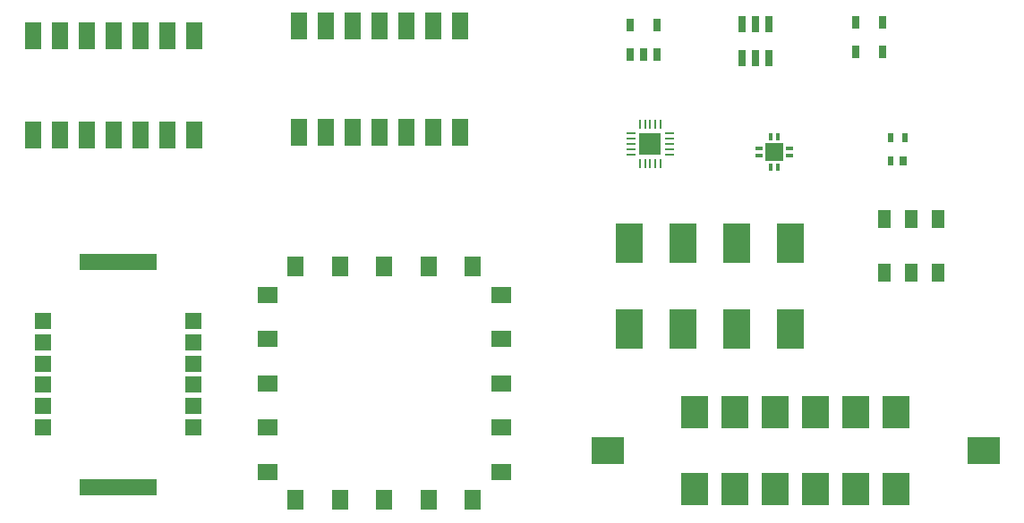
<source format=gbr>
G04 #@! TF.FileFunction,Copper,L1,Top,Signal*
%FSLAX46Y46*%
G04 Gerber Fmt 4.6, Leading zero omitted, Abs format (unit mm)*
G04 Created by KiCad (PCBNEW 4.0.3-stable) date 08/30/16 01:28:47*
%MOMM*%
%LPD*%
G01*
G04 APERTURE LIST*
%ADD10C,0.100000*%
%ADD11R,0.760000X1.270000*%
%ADD12R,1.650000X2.540000*%
%ADD13R,0.760000X1.650000*%
%ADD14R,0.810000X0.250000*%
%ADD15R,0.250000X0.810000*%
%ADD16R,2.060000X2.060000*%
%ADD17R,1.650000X1.520000*%
%ADD18R,7.390000X1.520000*%
%ADD19R,0.790000X0.300000*%
%ADD20R,0.300000X0.790000*%
%ADD21R,1.700000X1.700000*%
%ADD22R,2.540000X3.050000*%
%ADD23R,3.050000X2.540000*%
%ADD24R,1.980000X1.520000*%
%ADD25R,1.520000X1.980000*%
%ADD26R,0.500000X0.950000*%
%ADD27R,0.800000X0.950000*%
%ADD28R,1.270000X1.780000*%
%ADD29R,2.540000X3.800000*%
G04 APERTURE END LIST*
D10*
D11*
X182610000Y-65290000D03*
X182610000Y-68080000D03*
X183880000Y-68080000D03*
X185150000Y-65290000D03*
X185150000Y-68080000D03*
D12*
X126140000Y-66240000D03*
X126140000Y-75640000D03*
X128680000Y-66240000D03*
X128680000Y-75640000D03*
X131220000Y-66240000D03*
X131220000Y-75640000D03*
X133760000Y-66240000D03*
X133760000Y-75640000D03*
X136300000Y-66240000D03*
X136300000Y-75640000D03*
X138840000Y-66240000D03*
X138840000Y-75640000D03*
X141380000Y-66240000D03*
X141380000Y-75640000D03*
X151280000Y-65320000D03*
X151280000Y-75400000D03*
X153820000Y-65320000D03*
X153820000Y-75400000D03*
X156360000Y-65320000D03*
X156360000Y-75400000D03*
X158900000Y-65320000D03*
X158900000Y-75400000D03*
X161440000Y-65320000D03*
X161440000Y-75400000D03*
X163980000Y-65320000D03*
X163980000Y-75400000D03*
X166520000Y-65320000D03*
X166520000Y-75400000D03*
D13*
X193230000Y-65220000D03*
X193230000Y-68400000D03*
X194500000Y-65220000D03*
X194500000Y-68400000D03*
X195770000Y-65220000D03*
X195770000Y-68400000D03*
D14*
X182670000Y-75550000D03*
X182670000Y-76050000D03*
X182670000Y-76550000D03*
X182670000Y-77050000D03*
X182670000Y-77550000D03*
D15*
X183515000Y-78395000D03*
X184015000Y-78395000D03*
X184515000Y-78395000D03*
X185015000Y-78395000D03*
X185515000Y-78395000D03*
D14*
X186360000Y-77550000D03*
X186360000Y-77050000D03*
X186360000Y-76550000D03*
X186360000Y-76050000D03*
X186360000Y-75550000D03*
D15*
X185515000Y-74705000D03*
X185015000Y-74705000D03*
X184515000Y-74705000D03*
X184015000Y-74705000D03*
X183515000Y-74705000D03*
D16*
X184515000Y-76550000D03*
D17*
X127070000Y-103360000D03*
X141270000Y-103360000D03*
X127070000Y-101350000D03*
X141270000Y-101350000D03*
X127070000Y-99340000D03*
X141270000Y-99340000D03*
X127070000Y-97330000D03*
X141270000Y-97330000D03*
X127070000Y-95320000D03*
X141270000Y-95320000D03*
X127070000Y-93310000D03*
X141270000Y-93310000D03*
D18*
X134170000Y-109005000D03*
X134170000Y-87665000D03*
D19*
X194780000Y-76960000D03*
X194780000Y-77620000D03*
D20*
X195890000Y-78730000D03*
X196550000Y-78730000D03*
D19*
X197660000Y-77620000D03*
X197660000Y-76960000D03*
D20*
X196550000Y-75850000D03*
X195890000Y-75850000D03*
D21*
X196220000Y-77290000D03*
D11*
X203940000Y-64975000D03*
X203940000Y-67765000D03*
X206480000Y-64975000D03*
X206480000Y-67765000D03*
D22*
X188740000Y-101960000D03*
X188740000Y-109200000D03*
X192550000Y-101960000D03*
X192550000Y-109200000D03*
X196360000Y-101960000D03*
X196360000Y-109200000D03*
X200170000Y-101960000D03*
X200170000Y-109200000D03*
X203980000Y-101960000D03*
X203980000Y-109200000D03*
X207790000Y-101960000D03*
X207790000Y-109200000D03*
D23*
X180470000Y-105580000D03*
X216060000Y-105580000D03*
D24*
X148285000Y-90800000D03*
X148285000Y-94990000D03*
X148285000Y-99180000D03*
X148285000Y-103370000D03*
X148285000Y-107560000D03*
D25*
X150980000Y-110255000D03*
X155170000Y-110255000D03*
X159360000Y-110255000D03*
X163550000Y-110255000D03*
X167740000Y-110255000D03*
D24*
X170435000Y-107560000D03*
X170435000Y-103370000D03*
X170435000Y-99180000D03*
X170435000Y-94990000D03*
X170435000Y-90800000D03*
D25*
X167740000Y-88105000D03*
X163550000Y-88105000D03*
X159360000Y-88105000D03*
X155170000Y-88105000D03*
X150980000Y-88105000D03*
D26*
X207280000Y-75920000D03*
X207280000Y-78120000D03*
X208580000Y-75920000D03*
D27*
X208430000Y-78120000D03*
D28*
X206690000Y-83640000D03*
X206690000Y-88720000D03*
X209230000Y-83640000D03*
X209230000Y-88720000D03*
X211770000Y-83640000D03*
X211770000Y-88720000D03*
D29*
X182510000Y-85940000D03*
X182510000Y-94070000D03*
X187590000Y-85940000D03*
X187590000Y-94070000D03*
X192670000Y-85940000D03*
X192670000Y-94070000D03*
X197750000Y-85940000D03*
X197750000Y-94070000D03*
M02*

</source>
